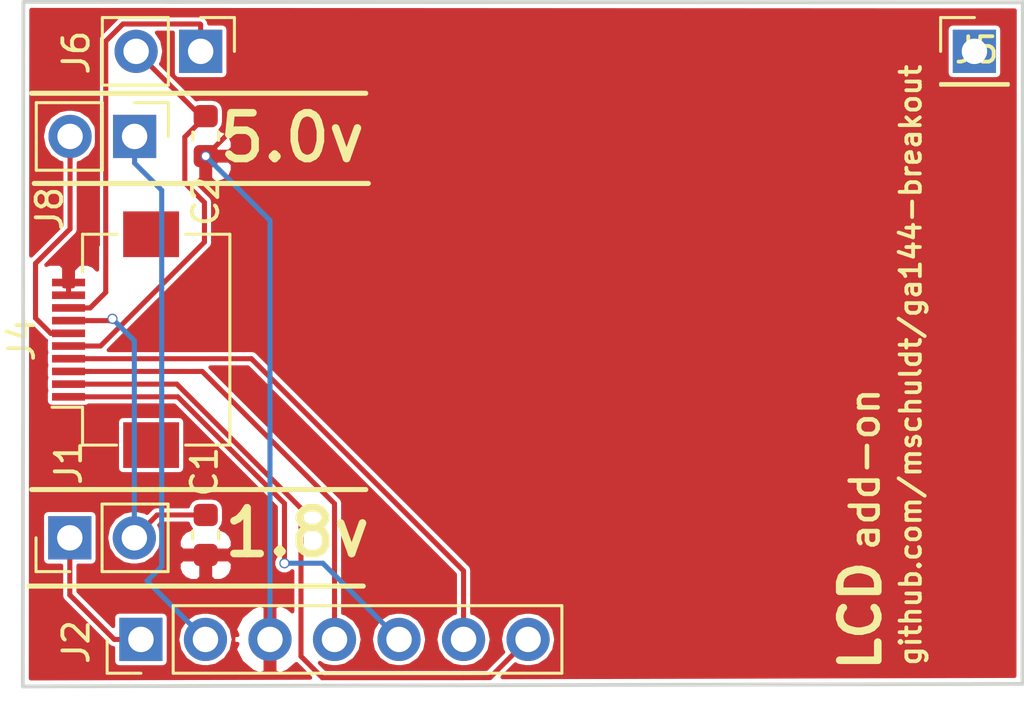
<source format=kicad_pcb>
(kicad_pcb (version 20171130) (host pcbnew 5.0.1-33cea8e~68~ubuntu14.04.1)

  (general
    (thickness 1.6)
    (drawings 13)
    (tracks 71)
    (zones 0)
    (modules 8)
    (nets 13)
  )

  (page A4)
  (layers
    (0 F.Cu signal)
    (31 B.Cu signal)
    (32 B.Adhes user)
    (33 F.Adhes user)
    (34 B.Paste user)
    (35 F.Paste user)
    (36 B.SilkS user)
    (37 F.SilkS user)
    (38 B.Mask user)
    (39 F.Mask user)
    (40 Dwgs.User user)
    (41 Cmts.User user)
    (42 Eco1.User user)
    (43 Eco2.User user)
    (44 Edge.Cuts user)
    (45 Margin user)
    (46 B.CrtYd user)
    (47 F.CrtYd user)
    (48 B.Fab user)
    (49 F.Fab user)
  )

  (setup
    (last_trace_width 0.2)
    (user_trace_width 0.127)
    (user_trace_width 0.16)
    (user_trace_width 0.2)
    (user_trace_width 0.5)
    (trace_clearance 0.127)
    (zone_clearance 0.16)
    (zone_45_only no)
    (trace_min 0.127)
    (segment_width 0.2)
    (edge_width 0.15)
    (via_size 0.4)
    (via_drill 0.3)
    (via_min_size 0.3)
    (via_min_drill 0.3)
    (uvia_size 0.3)
    (uvia_drill 0.1)
    (uvias_allowed no)
    (uvia_min_size 0.2)
    (uvia_min_drill 0.1)
    (pcb_text_width 0.3)
    (pcb_text_size 1.5 1.5)
    (mod_edge_width 0.15)
    (mod_text_size 1 1)
    (mod_text_width 0.15)
    (pad_size 1.524 1.524)
    (pad_drill 0.762)
    (pad_to_mask_clearance 0.051)
    (solder_mask_min_width 0.25)
    (aux_axis_origin 0 0)
    (visible_elements FFFFFF7F)
    (pcbplotparams
      (layerselection 0x010fc_ffffffff)
      (usegerberextensions true)
      (usegerberattributes false)
      (usegerberadvancedattributes false)
      (creategerberjobfile false)
      (excludeedgelayer true)
      (linewidth 0.100000)
      (plotframeref false)
      (viasonmask false)
      (mode 1)
      (useauxorigin false)
      (hpglpennumber 1)
      (hpglpenspeed 20)
      (hpglpendiameter 15.000000)
      (psnegative false)
      (psa4output false)
      (plotreference true)
      (plotvalue true)
      (plotinvisibletext false)
      (padsonsilk false)
      (subtractmaskfromsilk false)
      (outputformat 1)
      (mirror false)
      (drillshape 0)
      (scaleselection 1)
      (outputdirectory ""))
  )

  (net 0 "")
  (net 1 GND)
  (net 2 vccC)
  (net 3 d12)
  (net 4 d13)
  (net 5 008.17)
  (net 6 008.5)
  (net 7 008.3)
  (net 8 008.1)
  (net 9 _vccC)
  (net 10 vcc)
  (net 11 _vcc)
  (net 12 "Net-(J5-Pad1)")

  (net_class Default "This is the default net class."
    (clearance 0.127)
    (trace_width 0.127)
    (via_dia 0.4)
    (via_drill 0.3)
    (uvia_dia 0.3)
    (uvia_drill 0.1)
    (add_net 008.1)
    (add_net 008.17)
    (add_net 008.3)
    (add_net 008.5)
    (add_net GND)
    (add_net "Net-(J5-Pad1)")
    (add_net _vcc)
    (add_net _vccC)
    (add_net d12)
    (add_net d13)
    (add_net vcc)
    (add_net vccC)
  )

  (module Connector_PinHeader_2.54mm:PinHeader_1x07_P2.54mm_Vertical (layer F.Cu) (tedit 5BF530D6) (tstamp 5C19598E)
    (at 112.05 98.35 90)
    (descr "Through hole straight pin header, 1x07, 2.54mm pitch, single row")
    (tags "Through hole pin header THT 1x07 2.54mm single row")
    (path /5C2E58F7)
    (fp_text reference J2 (at -0.1 -2.55 90) (layer F.SilkS)
      (effects (font (size 1 1) (thickness 0.15)))
    )
    (fp_text value Conn_01x07_Male (at -0.05 9.45 180) (layer F.Fab)
      (effects (font (size 1 1) (thickness 0.15)))
    )
    (fp_line (start -0.635 -1.27) (end 1.27 -1.27) (layer F.Fab) (width 0.1))
    (fp_line (start 1.27 -1.27) (end 1.27 16.51) (layer F.Fab) (width 0.1))
    (fp_line (start 1.27 16.51) (end -1.27 16.51) (layer F.Fab) (width 0.1))
    (fp_line (start -1.27 16.51) (end -1.27 -0.635) (layer F.Fab) (width 0.1))
    (fp_line (start -1.27 -0.635) (end -0.635 -1.27) (layer F.Fab) (width 0.1))
    (fp_line (start -1.33 16.57) (end 1.33 16.57) (layer F.SilkS) (width 0.12))
    (fp_line (start -1.33 1.27) (end -1.33 16.57) (layer F.SilkS) (width 0.12))
    (fp_line (start 1.33 1.27) (end 1.33 16.57) (layer F.SilkS) (width 0.12))
    (fp_line (start -1.33 1.27) (end 1.33 1.27) (layer F.SilkS) (width 0.12))
    (fp_line (start -1.33 0) (end -1.33 -1.33) (layer F.SilkS) (width 0.12))
    (fp_line (start -1.33 -1.33) (end 0 -1.33) (layer F.SilkS) (width 0.12))
    (fp_line (start -1.8 -1.8) (end -1.8 17.05) (layer F.CrtYd) (width 0.05))
    (fp_line (start -1.8 17.05) (end 1.8 17.05) (layer F.CrtYd) (width 0.05))
    (fp_line (start 1.8 17.05) (end 1.8 -1.8) (layer F.CrtYd) (width 0.05))
    (fp_line (start 1.8 -1.8) (end -1.8 -1.8) (layer F.CrtYd) (width 0.05))
    (fp_text user %R (at 0 7.62 180) (layer F.Fab)
      (effects (font (size 1 1) (thickness 0.15)))
    )
    (pad 1 thru_hole rect (at 0 0 90) (size 1.7 1.7) (drill 1) (layers *.Cu *.Mask)
      (net 2 vccC))
    (pad 2 thru_hole oval (at 0 2.54 90) (size 1.7 1.7) (drill 1) (layers *.Cu *.Mask)
      (net 10 vcc))
    (pad 3 thru_hole oval (at 0 5.08 90) (size 1.7 1.7) (drill 1) (layers *.Cu *.Mask)
      (net 1 GND))
    (pad 4 thru_hole oval (at 0 7.62 90) (size 1.7 1.7) (drill 1) (layers *.Cu *.Mask)
      (net 5 008.17))
    (pad 5 thru_hole oval (at 0 10.16 90) (size 1.7 1.7) (drill 1) (layers *.Cu *.Mask)
      (net 6 008.5))
    (pad 6 thru_hole oval (at 0 12.7 90) (size 1.7 1.7) (drill 1) (layers *.Cu *.Mask)
      (net 7 008.3))
    (pad 7 thru_hole oval (at 0 15.24 90) (size 1.7 1.7) (drill 1) (layers *.Cu *.Mask)
      (net 8 008.1))
    (model ${KISYS3DMOD}/Connector_PinHeader_2.54mm.3dshapes/PinHeader_1x07_P2.54mm_Vertical.wrl
      (at (xyz 0 0 0))
      (scale (xyz 1 1 1))
      (rotate (xyz 0 0 0))
    )
  )

  (module Capacitor_SMD:C_0603_1608Metric (layer F.Cu) (tedit 5B301BBE) (tstamp 5C3C99C0)
    (at 114.6 94.2375 270)
    (descr "Capacitor SMD 0603 (1608 Metric), square (rectangular) end terminal, IPC_7351 nominal, (Body size source: http://www.tortai-tech.com/upload/download/2011102023233369053.pdf), generated with kicad-footprint-generator")
    (tags capacitor)
    (path /5C372800)
    (attr smd)
    (fp_text reference C1 (at -2.4875 0.05 270) (layer F.SilkS)
      (effects (font (size 1 1) (thickness 0.15)))
    )
    (fp_text value 0.1uF (at 0 1.43 270) (layer F.Fab)
      (effects (font (size 1 1) (thickness 0.15)))
    )
    (fp_line (start -0.8 0.4) (end -0.8 -0.4) (layer F.Fab) (width 0.1))
    (fp_line (start -0.8 -0.4) (end 0.8 -0.4) (layer F.Fab) (width 0.1))
    (fp_line (start 0.8 -0.4) (end 0.8 0.4) (layer F.Fab) (width 0.1))
    (fp_line (start 0.8 0.4) (end -0.8 0.4) (layer F.Fab) (width 0.1))
    (fp_line (start -0.162779 -0.51) (end 0.162779 -0.51) (layer F.SilkS) (width 0.12))
    (fp_line (start -0.162779 0.51) (end 0.162779 0.51) (layer F.SilkS) (width 0.12))
    (fp_line (start -1.48 0.73) (end -1.48 -0.73) (layer F.CrtYd) (width 0.05))
    (fp_line (start -1.48 -0.73) (end 1.48 -0.73) (layer F.CrtYd) (width 0.05))
    (fp_line (start 1.48 -0.73) (end 1.48 0.73) (layer F.CrtYd) (width 0.05))
    (fp_line (start 1.48 0.73) (end -1.48 0.73) (layer F.CrtYd) (width 0.05))
    (fp_text user %R (at 0 0 270) (layer F.Fab)
      (effects (font (size 0.4 0.4) (thickness 0.06)))
    )
    (pad 1 smd roundrect (at -0.7875 0 270) (size 0.875 0.95) (layers F.Cu F.Paste F.Mask) (roundrect_rratio 0.25)
      (net 9 _vccC))
    (pad 2 smd roundrect (at 0.7875 0 270) (size 0.875 0.95) (layers F.Cu F.Paste F.Mask) (roundrect_rratio 0.25)
      (net 1 GND))
    (model ${KISYS3DMOD}/Capacitor_SMD.3dshapes/C_0603_1608Metric.wrl
      (at (xyz 0 0 0))
      (scale (xyz 1 1 1))
      (rotate (xyz 0 0 0))
    )
  )

  (module Capacitor_SMD:C_0603_1608Metric (layer F.Cu) (tedit 5B301BBE) (tstamp 5C3C99D1)
    (at 114.6 78.5375 270)
    (descr "Capacitor SMD 0603 (1608 Metric), square (rectangular) end terminal, IPC_7351 nominal, (Body size source: http://www.tortai-tech.com/upload/download/2011102023233369053.pdf), generated with kicad-footprint-generator")
    (tags capacitor)
    (path /5C394214)
    (attr smd)
    (fp_text reference C2 (at 2.5625 0 270) (layer F.SilkS)
      (effects (font (size 1 1) (thickness 0.15)))
    )
    (fp_text value 0.1uF (at 0 1.43 270) (layer F.Fab)
      (effects (font (size 1 1) (thickness 0.15)))
    )
    (fp_text user %R (at 0 0 270) (layer F.Fab)
      (effects (font (size 0.4 0.4) (thickness 0.06)))
    )
    (fp_line (start 1.48 0.73) (end -1.48 0.73) (layer F.CrtYd) (width 0.05))
    (fp_line (start 1.48 -0.73) (end 1.48 0.73) (layer F.CrtYd) (width 0.05))
    (fp_line (start -1.48 -0.73) (end 1.48 -0.73) (layer F.CrtYd) (width 0.05))
    (fp_line (start -1.48 0.73) (end -1.48 -0.73) (layer F.CrtYd) (width 0.05))
    (fp_line (start -0.162779 0.51) (end 0.162779 0.51) (layer F.SilkS) (width 0.12))
    (fp_line (start -0.162779 -0.51) (end 0.162779 -0.51) (layer F.SilkS) (width 0.12))
    (fp_line (start 0.8 0.4) (end -0.8 0.4) (layer F.Fab) (width 0.1))
    (fp_line (start 0.8 -0.4) (end 0.8 0.4) (layer F.Fab) (width 0.1))
    (fp_line (start -0.8 -0.4) (end 0.8 -0.4) (layer F.Fab) (width 0.1))
    (fp_line (start -0.8 0.4) (end -0.8 -0.4) (layer F.Fab) (width 0.1))
    (pad 2 smd roundrect (at 0.7875 0 270) (size 0.875 0.95) (layers F.Cu F.Paste F.Mask) (roundrect_rratio 0.25)
      (net 1 GND))
    (pad 1 smd roundrect (at -0.7875 0 270) (size 0.875 0.95) (layers F.Cu F.Paste F.Mask) (roundrect_rratio 0.25)
      (net 4 d13))
    (model ${KISYS3DMOD}/Capacitor_SMD.3dshapes/C_0603_1608Metric.wrl
      (at (xyz 0 0 0))
      (scale (xyz 1 1 1))
      (rotate (xyz 0 0 0))
    )
  )

  (module Connector_FFC-FPC:Hirose_FH12-10S-0.5SH_1x10-1MP_P0.50mm_Horizontal (layer F.Cu) (tedit 5AEE0F8A) (tstamp 5C3C9A2E)
    (at 111.05 86.55 90)
    (descr "Molex FH12, FFC/FPC connector, FH12-10S-0.5SH, 10 Pins per row (https://www.hirose.com/product/en/products/FH12/FH12-24S-0.5SH(55)/), generated with kicad-footprint-generator")
    (tags "connector Hirose  top entry")
    (path /5C35F4D6)
    (attr smd)
    (fp_text reference J4 (at 0 -3.7 90) (layer F.SilkS)
      (effects (font (size 1 1) (thickness 0.15)))
    )
    (fp_text value Conn_01x10 (at 0 5.6 90) (layer F.Fab)
      (effects (font (size 1 1) (thickness 0.15)))
    )
    (fp_line (start 0 -1.2) (end -4.05 -1.2) (layer F.Fab) (width 0.1))
    (fp_line (start -4.05 -1.2) (end -4.05 3.4) (layer F.Fab) (width 0.1))
    (fp_line (start -4.05 3.4) (end -3.45 3.4) (layer F.Fab) (width 0.1))
    (fp_line (start -3.45 3.4) (end -3.45 3.7) (layer F.Fab) (width 0.1))
    (fp_line (start -3.45 3.7) (end -3.95 3.7) (layer F.Fab) (width 0.1))
    (fp_line (start -3.95 3.7) (end -3.95 4.4) (layer F.Fab) (width 0.1))
    (fp_line (start -3.95 4.4) (end 0 4.4) (layer F.Fab) (width 0.1))
    (fp_line (start 0 -1.2) (end 4.05 -1.2) (layer F.Fab) (width 0.1))
    (fp_line (start 4.05 -1.2) (end 4.05 3.4) (layer F.Fab) (width 0.1))
    (fp_line (start 4.05 3.4) (end 3.45 3.4) (layer F.Fab) (width 0.1))
    (fp_line (start 3.45 3.4) (end 3.45 3.7) (layer F.Fab) (width 0.1))
    (fp_line (start 3.45 3.7) (end 3.95 3.7) (layer F.Fab) (width 0.1))
    (fp_line (start 3.95 3.7) (end 3.95 4.4) (layer F.Fab) (width 0.1))
    (fp_line (start 3.95 4.4) (end 0 4.4) (layer F.Fab) (width 0.1))
    (fp_line (start -2.66 -1.3) (end -4.15 -1.3) (layer F.SilkS) (width 0.12))
    (fp_line (start -4.15 -1.3) (end -4.15 0.04) (layer F.SilkS) (width 0.12))
    (fp_line (start 2.66 -1.3) (end 4.15 -1.3) (layer F.SilkS) (width 0.12))
    (fp_line (start 4.15 -1.3) (end 4.15 0.04) (layer F.SilkS) (width 0.12))
    (fp_line (start -4.15 2.76) (end -4.15 4.5) (layer F.SilkS) (width 0.12))
    (fp_line (start -4.15 4.5) (end 4.15 4.5) (layer F.SilkS) (width 0.12))
    (fp_line (start 4.15 4.5) (end 4.15 2.76) (layer F.SilkS) (width 0.12))
    (fp_line (start -2.66 -1.3) (end -2.66 -2.5) (layer F.SilkS) (width 0.12))
    (fp_line (start -2.75 -1.2) (end -2.25 -0.492893) (layer F.Fab) (width 0.1))
    (fp_line (start -2.25 -0.492893) (end -1.75 -1.2) (layer F.Fab) (width 0.1))
    (fp_line (start -5.55 -3) (end -5.55 4.9) (layer F.CrtYd) (width 0.05))
    (fp_line (start -5.55 4.9) (end 5.55 4.9) (layer F.CrtYd) (width 0.05))
    (fp_line (start 5.55 4.9) (end 5.55 -3) (layer F.CrtYd) (width 0.05))
    (fp_line (start 5.55 -3) (end -5.55 -3) (layer F.CrtYd) (width 0.05))
    (fp_text user %R (at 0 3.7 90) (layer F.Fab)
      (effects (font (size 1 1) (thickness 0.15)))
    )
    (pad MP smd rect (at 4.15 1.4 90) (size 1.8 2.2) (layers F.Cu F.Paste F.Mask))
    (pad MP smd rect (at -4.15 1.4 90) (size 1.8 2.2) (layers F.Cu F.Paste F.Mask))
    (pad 1 smd rect (at -2.25 -1.85 90) (size 0.3 1.3) (layers F.Cu F.Paste F.Mask)
      (net 6 008.5))
    (pad 2 smd rect (at -1.75 -1.85 90) (size 0.3 1.3) (layers F.Cu F.Paste F.Mask)
      (net 8 008.1))
    (pad 3 smd rect (at -1.25 -1.85 90) (size 0.3 1.3) (layers F.Cu F.Paste F.Mask)
      (net 5 008.17))
    (pad 4 smd rect (at -0.75 -1.85 90) (size 0.3 1.3) (layers F.Cu F.Paste F.Mask)
      (net 7 008.3))
    (pad 5 smd rect (at -0.25 -1.85 90) (size 0.3 1.3) (layers F.Cu F.Paste F.Mask)
      (net 4 d13))
    (pad 6 smd rect (at 0.25 -1.85 90) (size 0.3 1.3) (layers F.Cu F.Paste F.Mask)
      (net 11 _vcc))
    (pad 7 smd rect (at 0.75 -1.85 90) (size 0.3 1.3) (layers F.Cu F.Paste F.Mask)
      (net 9 _vccC))
    (pad 8 smd rect (at 1.25 -1.85 90) (size 0.3 1.3) (layers F.Cu F.Paste F.Mask)
      (net 3 d12))
    (pad 9 smd rect (at 1.75 -1.85 90) (size 0.3 1.3) (layers F.Cu F.Paste F.Mask)
      (net 1 GND))
    (pad 10 smd rect (at 2.25 -1.85 90) (size 0.3 1.3) (layers F.Cu F.Paste F.Mask)
      (net 1 GND))
    (model ${KISYS3DMOD}/Connector_FFC-FPC.3dshapes/Hirose_FH12-10S-0.5SH_1x10-1MP_P0.50mm_Horizontal.wrl
      (at (xyz 0 0 0))
      (scale (xyz 1 1 1))
      (rotate (xyz 0 0 0))
    )
  )

  (module Connector_PinHeader_2.54mm:PinHeader_1x01_P2.54mm_Vertical (layer F.Cu) (tedit 59FED5CC) (tstamp 5C3C9A43)
    (at 144.86 75.2)
    (descr "Through hole straight pin header, 1x01, 2.54mm pitch, single row")
    (tags "Through hole pin header THT 1x01 2.54mm single row")
    (path /5C41133C)
    (fp_text reference J5 (at 0.09 -0.05) (layer F.SilkS)
      (effects (font (size 1 1) (thickness 0.15)))
    )
    (fp_text value Conn_01x01_Male (at -5.31 2.7) (layer F.Fab)
      (effects (font (size 1 1) (thickness 0.15)))
    )
    (fp_line (start -0.635 -1.27) (end 1.27 -1.27) (layer F.Fab) (width 0.1))
    (fp_line (start 1.27 -1.27) (end 1.27 1.27) (layer F.Fab) (width 0.1))
    (fp_line (start 1.27 1.27) (end -1.27 1.27) (layer F.Fab) (width 0.1))
    (fp_line (start -1.27 1.27) (end -1.27 -0.635) (layer F.Fab) (width 0.1))
    (fp_line (start -1.27 -0.635) (end -0.635 -1.27) (layer F.Fab) (width 0.1))
    (fp_line (start -1.33 1.33) (end 1.33 1.33) (layer F.SilkS) (width 0.12))
    (fp_line (start -1.33 1.27) (end -1.33 1.33) (layer F.SilkS) (width 0.12))
    (fp_line (start 1.33 1.27) (end 1.33 1.33) (layer F.SilkS) (width 0.12))
    (fp_line (start -1.33 1.27) (end 1.33 1.27) (layer F.SilkS) (width 0.12))
    (fp_line (start -1.33 0) (end -1.33 -1.33) (layer F.SilkS) (width 0.12))
    (fp_line (start -1.33 -1.33) (end 0 -1.33) (layer F.SilkS) (width 0.12))
    (fp_line (start -1.8 -1.8) (end -1.8 1.8) (layer F.CrtYd) (width 0.05))
    (fp_line (start -1.8 1.8) (end 1.8 1.8) (layer F.CrtYd) (width 0.05))
    (fp_line (start 1.8 1.8) (end 1.8 -1.8) (layer F.CrtYd) (width 0.05))
    (fp_line (start 1.8 -1.8) (end -1.8 -1.8) (layer F.CrtYd) (width 0.05))
    (fp_text user %R (at 0 0 90) (layer F.Fab)
      (effects (font (size 1 1) (thickness 0.15)))
    )
    (pad 1 thru_hole rect (at 0 0) (size 1.7 1.7) (drill 1) (layers *.Cu *.Mask)
      (net 12 "Net-(J5-Pad1)"))
    (model ${KISYS3DMOD}/Connector_PinHeader_2.54mm.3dshapes/PinHeader_1x01_P2.54mm_Vertical.wrl
      (at (xyz 0 0 0))
      (scale (xyz 1 1 1))
      (rotate (xyz 0 0 0))
    )
  )

  (module Connector_PinHeader_2.54mm:PinHeader_1x02_P2.54mm_Vertical (layer F.Cu) (tedit 59FED5CC) (tstamp 5C3C9C82)
    (at 114.4 75.2 270)
    (descr "Through hole straight pin header, 1x02, 2.54mm pitch, single row")
    (tags "Through hole pin header THT 1x02 2.54mm single row")
    (path /5C41F8EF)
    (fp_text reference J6 (at 0.05 4.9 270) (layer F.SilkS)
      (effects (font (size 1 1) (thickness 0.15)))
    )
    (fp_text value Conn_01x02_Male (at -0.6 -0.15) (layer F.Fab)
      (effects (font (size 1 1) (thickness 0.15)))
    )
    (fp_line (start -0.635 -1.27) (end 1.27 -1.27) (layer F.Fab) (width 0.1))
    (fp_line (start 1.27 -1.27) (end 1.27 3.81) (layer F.Fab) (width 0.1))
    (fp_line (start 1.27 3.81) (end -1.27 3.81) (layer F.Fab) (width 0.1))
    (fp_line (start -1.27 3.81) (end -1.27 -0.635) (layer F.Fab) (width 0.1))
    (fp_line (start -1.27 -0.635) (end -0.635 -1.27) (layer F.Fab) (width 0.1))
    (fp_line (start -1.33 3.87) (end 1.33 3.87) (layer F.SilkS) (width 0.12))
    (fp_line (start -1.33 1.27) (end -1.33 3.87) (layer F.SilkS) (width 0.12))
    (fp_line (start 1.33 1.27) (end 1.33 3.87) (layer F.SilkS) (width 0.12))
    (fp_line (start -1.33 1.27) (end 1.33 1.27) (layer F.SilkS) (width 0.12))
    (fp_line (start -1.33 0) (end -1.33 -1.33) (layer F.SilkS) (width 0.12))
    (fp_line (start -1.33 -1.33) (end 0 -1.33) (layer F.SilkS) (width 0.12))
    (fp_line (start -1.8 -1.8) (end -1.8 4.35) (layer F.CrtYd) (width 0.05))
    (fp_line (start -1.8 4.35) (end 1.8 4.35) (layer F.CrtYd) (width 0.05))
    (fp_line (start 1.8 4.35) (end 1.8 -1.8) (layer F.CrtYd) (width 0.05))
    (fp_line (start 1.8 -1.8) (end -1.8 -1.8) (layer F.CrtYd) (width 0.05))
    (fp_text user %R (at 0 1.27) (layer F.Fab)
      (effects (font (size 1 1) (thickness 0.15)))
    )
    (pad 1 thru_hole rect (at 0 0 270) (size 1.7 1.7) (drill 1) (layers *.Cu *.Mask)
      (net 3 d12))
    (pad 2 thru_hole oval (at 0 2.54 270) (size 1.7 1.7) (drill 1) (layers *.Cu *.Mask)
      (net 4 d13))
    (model ${KISYS3DMOD}/Connector_PinHeader_2.54mm.3dshapes/PinHeader_1x02_P2.54mm_Vertical.wrl
      (at (xyz 0 0 0))
      (scale (xyz 1 1 1))
      (rotate (xyz 0 0 0))
    )
  )

  (module Connector_PinHeader_2.54mm:PinHeader_1x02_P2.54mm_Vertical (layer F.Cu) (tedit 59FED5CC) (tstamp 5C3C9EEC)
    (at 109.25 94.35 90)
    (descr "Through hole straight pin header, 1x02, 2.54mm pitch, single row")
    (tags "Through hole pin header THT 1x02 2.54mm single row")
    (path /5C4283AB)
    (fp_text reference J1 (at 2.95 -0.05 90) (layer F.SilkS)
      (effects (font (size 1 1) (thickness 0.15)))
    )
    (fp_text value Conn_01x02_Male (at 0 4.87 90) (layer F.Fab)
      (effects (font (size 1 1) (thickness 0.15)))
    )
    (fp_line (start -0.635 -1.27) (end 1.27 -1.27) (layer F.Fab) (width 0.1))
    (fp_line (start 1.27 -1.27) (end 1.27 3.81) (layer F.Fab) (width 0.1))
    (fp_line (start 1.27 3.81) (end -1.27 3.81) (layer F.Fab) (width 0.1))
    (fp_line (start -1.27 3.81) (end -1.27 -0.635) (layer F.Fab) (width 0.1))
    (fp_line (start -1.27 -0.635) (end -0.635 -1.27) (layer F.Fab) (width 0.1))
    (fp_line (start -1.33 3.87) (end 1.33 3.87) (layer F.SilkS) (width 0.12))
    (fp_line (start -1.33 1.27) (end -1.33 3.87) (layer F.SilkS) (width 0.12))
    (fp_line (start 1.33 1.27) (end 1.33 3.87) (layer F.SilkS) (width 0.12))
    (fp_line (start -1.33 1.27) (end 1.33 1.27) (layer F.SilkS) (width 0.12))
    (fp_line (start -1.33 0) (end -1.33 -1.33) (layer F.SilkS) (width 0.12))
    (fp_line (start -1.33 -1.33) (end 0 -1.33) (layer F.SilkS) (width 0.12))
    (fp_line (start -1.8 -1.8) (end -1.8 4.35) (layer F.CrtYd) (width 0.05))
    (fp_line (start -1.8 4.35) (end 1.8 4.35) (layer F.CrtYd) (width 0.05))
    (fp_line (start 1.8 4.35) (end 1.8 -1.8) (layer F.CrtYd) (width 0.05))
    (fp_line (start 1.8 -1.8) (end -1.8 -1.8) (layer F.CrtYd) (width 0.05))
    (fp_text user %R (at 0 1.27 180) (layer F.Fab)
      (effects (font (size 1 1) (thickness 0.15)))
    )
    (pad 1 thru_hole rect (at 0 0 90) (size 1.7 1.7) (drill 1) (layers *.Cu *.Mask)
      (net 2 vccC))
    (pad 2 thru_hole oval (at 0 2.54 90) (size 1.7 1.7) (drill 1) (layers *.Cu *.Mask)
      (net 9 _vccC))
    (model ${KISYS3DMOD}/Connector_PinHeader_2.54mm.3dshapes/PinHeader_1x02_P2.54mm_Vertical.wrl
      (at (xyz 0 0 0))
      (scale (xyz 1 1 1))
      (rotate (xyz 0 0 0))
    )
  )

  (module Connector_PinHeader_2.54mm:PinHeader_1x02_P2.54mm_Vertical (layer F.Cu) (tedit 59FED5CC) (tstamp 5C3C9F02)
    (at 111.8 78.55 270)
    (descr "Through hole straight pin header, 1x02, 2.54mm pitch, single row")
    (tags "Through hole pin header THT 1x02 2.54mm single row")
    (path /5C428401)
    (fp_text reference J8 (at 2.85 3.35 270) (layer F.SilkS)
      (effects (font (size 1 1) (thickness 0.15)))
    )
    (fp_text value Conn_01x02_Male (at 1.7 3.8 270) (layer F.Fab)
      (effects (font (size 1 1) (thickness 0.15)))
    )
    (fp_text user %R (at 0 1.27) (layer F.Fab)
      (effects (font (size 1 1) (thickness 0.15)))
    )
    (fp_line (start 1.8 -1.8) (end -1.8 -1.8) (layer F.CrtYd) (width 0.05))
    (fp_line (start 1.8 4.35) (end 1.8 -1.8) (layer F.CrtYd) (width 0.05))
    (fp_line (start -1.8 4.35) (end 1.8 4.35) (layer F.CrtYd) (width 0.05))
    (fp_line (start -1.8 -1.8) (end -1.8 4.35) (layer F.CrtYd) (width 0.05))
    (fp_line (start -1.33 -1.33) (end 0 -1.33) (layer F.SilkS) (width 0.12))
    (fp_line (start -1.33 0) (end -1.33 -1.33) (layer F.SilkS) (width 0.12))
    (fp_line (start -1.33 1.27) (end 1.33 1.27) (layer F.SilkS) (width 0.12))
    (fp_line (start 1.33 1.27) (end 1.33 3.87) (layer F.SilkS) (width 0.12))
    (fp_line (start -1.33 1.27) (end -1.33 3.87) (layer F.SilkS) (width 0.12))
    (fp_line (start -1.33 3.87) (end 1.33 3.87) (layer F.SilkS) (width 0.12))
    (fp_line (start -1.27 -0.635) (end -0.635 -1.27) (layer F.Fab) (width 0.1))
    (fp_line (start -1.27 3.81) (end -1.27 -0.635) (layer F.Fab) (width 0.1))
    (fp_line (start 1.27 3.81) (end -1.27 3.81) (layer F.Fab) (width 0.1))
    (fp_line (start 1.27 -1.27) (end 1.27 3.81) (layer F.Fab) (width 0.1))
    (fp_line (start -0.635 -1.27) (end 1.27 -1.27) (layer F.Fab) (width 0.1))
    (pad 2 thru_hole oval (at 0 2.54 270) (size 1.7 1.7) (drill 1) (layers *.Cu *.Mask)
      (net 11 _vcc))
    (pad 1 thru_hole rect (at 0 0 270) (size 1.7 1.7) (drill 1) (layers *.Cu *.Mask)
      (net 10 vcc))
    (model ${KISYS3DMOD}/Connector_PinHeader_2.54mm.3dshapes/PinHeader_1x02_P2.54mm_Vertical.wrl
      (at (xyz 0 0 0))
      (scale (xyz 1 1 1))
      (rotate (xyz 0 0 0))
    )
  )

  (gr_line (start 107.75 76.85) (end 120.9 76.85) (layer F.SilkS) (width 0.2) (tstamp 5C3CAC87))
  (gr_line (start 107.65 96.25) (end 120.8 96.25) (layer F.SilkS) (width 0.2) (tstamp 5C3CAC87))
  (gr_line (start 107.75 92.45) (end 120.9 92.45) (layer F.SilkS) (width 0.2) (tstamp 5C3CAC87))
  (gr_line (start 107.85 80.4) (end 121 80.4) (layer F.SilkS) (width 0.2))
  (gr_text 5.0v (at 118 78.6) (layer F.SilkS) (tstamp 5C3CAC47)
    (effects (font (size 1.8 1.8) (thickness 0.3)))
  )
  (gr_text 1.8v (at 118.2 94.15) (layer F.SilkS)
    (effects (font (size 1.8 1.8) (thickness 0.3)))
  )
  (gr_text add-on (at 140.55 91.65 90) (layer F.SilkS)
    (effects (font (size 1.1 1.1) (thickness 0.18)))
  )
  (gr_text github.com/mschuldt/ga144-breakout (at 142.35 87.55 90) (layer F.SilkS)
    (effects (font (size 0.8 0.8) (thickness 0.15)))
  )
  (gr_text LCD (at 140.3781 97.41884 90) (layer F.SilkS) (tstamp 5C3CA8B6)
    (effects (font (size 1.5 1.5) (thickness 0.3)))
  )
  (gr_line (start 146.73072 73.27392) (end 107.43184 73.2536) (layer Edge.Cuts) (width 0.15))
  (gr_line (start 146.75 100.1) (end 146.7612 73.25868) (layer Edge.Cuts) (width 0.15))
  (gr_line (start 107.4 100.2) (end 146.75 100.1) (layer Edge.Cuts) (width 0.15))
  (gr_line (start 107.42168 73.27138) (end 107.4 100.2) (layer Edge.Cuts) (width 0.15))

  (segment (start 117.13 97.555) (end 117.13 98.35) (width 0.2) (layer F.Cu) (net 1))
  (segment (start 109.2 84.3) (end 109.2 84.8) (width 0.2) (layer F.Cu) (net 1))
  (segment (start 109.2 83.95) (end 110.337001 82.812999) (width 0.2) (layer F.Cu) (net 1))
  (segment (start 110.337001 82.812999) (end 110.337001 74.612999) (width 0.2) (layer F.Cu) (net 1))
  (segment (start 109.2 84.3) (end 109.2 83.95) (width 0.2) (layer F.Cu) (net 1))
  (segment (start 110.337001 74.612999) (end 111.25 73.7) (width 0.2) (layer F.Cu) (net 1))
  (segment (start 115.008602 73.7) (end 116.1 74.791398) (width 0.2) (layer F.Cu) (net 1))
  (segment (start 111.25 73.7) (end 115.008602 73.7) (width 0.2) (layer F.Cu) (net 1))
  (segment (start 116.1 77.825) (end 114.6 79.325) (width 0.2) (layer F.Cu) (net 1))
  (segment (start 116.1 74.791398) (end 116.1 77.825) (width 0.2) (layer F.Cu) (net 1))
  (segment (start 117.13 98.35) (end 117.13 88.58) (width 0.2) (layer B.Cu) (net 1))
  (via (at 114.6 79.325) (size 0.4) (drill 0.3) (layers F.Cu B.Cu) (net 1))
  (segment (start 117.13 81.855) (end 114.6 79.325) (width 0.2) (layer B.Cu) (net 1))
  (segment (start 117.13 88.58) (end 117.13 81.855) (width 0.2) (layer B.Cu) (net 1))
  (segment (start 111 98.35) (end 112.05 98.35) (width 0.2) (layer F.Cu) (net 2))
  (segment (start 109.25 96.6) (end 111 98.35) (width 0.2) (layer F.Cu) (net 2))
  (segment (start 109.25 94.35) (end 109.25 96.6) (width 0.2) (layer F.Cu) (net 2))
  (segment (start 110.664012 84.685988) (end 110.05 85.3) (width 0.2) (layer F.Cu) (net 3))
  (segment (start 114.4 74.15) (end 114.372999 74.122999) (width 0.2) (layer F.Cu) (net 3))
  (segment (start 114.372999 74.122999) (end 111.343039 74.122999) (width 0.2) (layer F.Cu) (net 3))
  (segment (start 111.343039 74.122999) (end 110.664012 74.802026) (width 0.2) (layer F.Cu) (net 3))
  (segment (start 114.4 75.2) (end 114.4 74.15) (width 0.2) (layer F.Cu) (net 3))
  (segment (start 110.664012 74.802026) (end 110.664012 84.685988) (width 0.2) (layer F.Cu) (net 3))
  (segment (start 110.05 85.3) (end 109.2 85.3) (width 0.2) (layer F.Cu) (net 3))
  (segment (start 114.41 77.75) (end 114.6 77.75) (width 0.2) (layer F.Cu) (net 4))
  (segment (start 111.86 75.2) (end 114.41 77.75) (width 0.2) (layer F.Cu) (net 4))
  (segment (start 110.458602 86.8) (end 109.2 86.8) (width 0.2) (layer F.Cu) (net 4))
  (segment (start 113.777001 78.572999) (end 113.777001 80.377001) (width 0.2) (layer F.Cu) (net 4))
  (segment (start 114.6 77.75) (end 113.777001 78.572999) (width 0.2) (layer F.Cu) (net 4))
  (segment (start 114.55 81.15) (end 114.55 82.708602) (width 0.2) (layer F.Cu) (net 4))
  (segment (start 114.55 82.708602) (end 110.458602 86.8) (width 0.2) (layer F.Cu) (net 4))
  (segment (start 113.777001 80.377001) (end 114.55 81.15) (width 0.2) (layer F.Cu) (net 4))
  (segment (start 119.67 93.007537) (end 114.462463 87.8) (width 0.2) (layer F.Cu) (net 5))
  (segment (start 114.462463 87.8) (end 110.05 87.8) (width 0.2) (layer F.Cu) (net 5))
  (segment (start 119.67 98.35) (end 119.67 93.007537) (width 0.2) (layer F.Cu) (net 5))
  (segment (start 110.05 87.8) (end 109.2 87.8) (width 0.2) (layer F.Cu) (net 5))
  (segment (start 109.2 88.8) (end 113.5 88.8) (width 0.2) (layer F.Cu) (net 6))
  (segment (start 117.7 93) (end 117.7 95.35) (width 0.2) (layer F.Cu) (net 6))
  (via (at 117.7 95.35) (size 0.4) (drill 0.3) (layers F.Cu B.Cu) (net 6))
  (segment (start 113.5 88.8) (end 117.7 93) (width 0.2) (layer F.Cu) (net 6))
  (segment (start 119.21 95.35) (end 122.21 98.35) (width 0.2) (layer B.Cu) (net 6))
  (segment (start 117.7 95.35) (end 119.21 95.35) (width 0.2) (layer B.Cu) (net 6))
  (segment (start 124.75 98.35) (end 124.75 95.65) (width 0.2) (layer F.Cu) (net 7))
  (segment (start 116.4 87.3) (end 109.2 87.3) (width 0.2) (layer F.Cu) (net 7))
  (segment (start 124.75 95.65) (end 116.4 87.3) (width 0.2) (layer F.Cu) (net 7))
  (segment (start 126.440001 99.199999) (end 127.29 98.35) (width 0.2) (layer F.Cu) (net 8))
  (segment (start 125.788742 99.851258) (end 126.440001 99.199999) (width 0.2) (layer F.Cu) (net 8))
  (segment (start 118.35 99.014002) (end 119.190001 99.854003) (width 0.2) (layer F.Cu) (net 8))
  (segment (start 118.35 93.187538) (end 118.35 99.014002) (width 0.2) (layer F.Cu) (net 8))
  (segment (start 124.708468 99.854003) (end 125.788742 99.851258) (width 0.2) (layer F.Cu) (net 8))
  (segment (start 113.462462 88.3) (end 118.35 93.187538) (width 0.2) (layer F.Cu) (net 8))
  (segment (start 119.190001 99.854003) (end 124.708468 99.854003) (width 0.2) (layer F.Cu) (net 8))
  (segment (start 109.2 88.3) (end 113.462462 88.3) (width 0.2) (layer F.Cu) (net 8))
  (segment (start 112.69 93.45) (end 114.6 93.45) (width 0.2) (layer F.Cu) (net 9))
  (segment (start 111.79 94.35) (end 112.69 93.45) (width 0.2) (layer F.Cu) (net 9))
  (via (at 110.927359 85.727359) (size 0.4) (drill 0.3) (layers F.Cu B.Cu) (net 9))
  (segment (start 111.127358 85.927358) (end 110.927359 85.727359) (width 0.2) (layer B.Cu) (net 9))
  (segment (start 109.2 85.8) (end 110.854718 85.8) (width 0.2) (layer F.Cu) (net 9))
  (segment (start 111.79 94.35) (end 111.79 86.59) (width 0.2) (layer B.Cu) (net 9))
  (segment (start 110.854718 85.8) (end 110.927359 85.727359) (width 0.2) (layer F.Cu) (net 9))
  (segment (start 111.79 86.59) (end 111.127358 85.927358) (width 0.2) (layer B.Cu) (net 9))
  (segment (start 114.59 98.35) (end 112.29 96.05) (width 0.2) (layer B.Cu) (net 10))
  (segment (start 111.8 79.6) (end 111.8 78.55) (width 0.2) (layer B.Cu) (net 10))
  (segment (start 112.867001 80.667001) (end 111.8 79.6) (width 0.2) (layer B.Cu) (net 10))
  (segment (start 112.867001 95.472999) (end 112.867001 80.667001) (width 0.2) (layer B.Cu) (net 10))
  (segment (start 112.29 96.05) (end 112.867001 95.472999) (width 0.2) (layer B.Cu) (net 10))
  (segment (start 108.5 86.3) (end 109.2 86.3) (width 0.2) (layer F.Cu) (net 11))
  (segment (start 107.9 85.7) (end 108.5 86.3) (width 0.2) (layer F.Cu) (net 11))
  (segment (start 107.9 83.55) (end 107.9 85.7) (width 0.2) (layer F.Cu) (net 11))
  (segment (start 109.26 82.19) (end 107.9 83.55) (width 0.2) (layer F.Cu) (net 11))
  (segment (start 109.26 78.55) (end 109.26 82.19) (width 0.2) (layer F.Cu) (net 11))

  (zone (net 1) (net_name GND) (layer F.Cu) (tstamp 5C3CAD9E) (hatch edge 0.508)
    (connect_pads (clearance 0.16))
    (min_thickness 0.16)
    (fill yes (arc_segments 16) (thermal_gap 0.508) (thermal_bridge_width 0.508))
    (polygon
      (pts
        (xy 107.45 73.25) (xy 146.8 73.3) (xy 146.75 100.1) (xy 107.4 100.3)
      )
    )
    (filled_polygon
      (pts
        (xy 108.235907 86.51674) (xy 108.254874 86.545126) (xy 108.317797 86.587169) (xy 108.305299 86.65) (xy 108.305299 86.95)
        (xy 108.323926 87.043643) (xy 108.328174 87.05) (xy 108.323926 87.056357) (xy 108.305299 87.15) (xy 108.305299 87.45)
        (xy 108.323926 87.543643) (xy 108.328174 87.55) (xy 108.323926 87.556357) (xy 108.305299 87.65) (xy 108.305299 87.95)
        (xy 108.323926 88.043643) (xy 108.328174 88.05) (xy 108.323926 88.056357) (xy 108.305299 88.15) (xy 108.305299 88.45)
        (xy 108.323926 88.543643) (xy 108.328174 88.55) (xy 108.323926 88.556357) (xy 108.305299 88.65) (xy 108.305299 88.95)
        (xy 108.323926 89.043643) (xy 108.37697 89.12303) (xy 108.456357 89.176074) (xy 108.55 89.194701) (xy 109.85 89.194701)
        (xy 109.943643 89.176074) (xy 109.997632 89.14) (xy 113.359169 89.14) (xy 117.36 93.140832) (xy 117.360001 95.067745)
        (xy 117.326986 95.10076) (xy 117.26 95.262479) (xy 117.26 95.437521) (xy 117.326986 95.59924) (xy 117.45076 95.723014)
        (xy 117.612479 95.79) (xy 117.787521 95.79) (xy 117.94924 95.723014) (xy 118.01 95.662254) (xy 118.010001 97.247021)
        (xy 117.828264 97.092896) (xy 117.525158 96.96736) (xy 117.304 97.07078) (xy 117.304 98.176) (xy 117.324 98.176)
        (xy 117.324 98.524) (xy 117.304 98.524) (xy 117.304 99.62922) (xy 117.525158 99.73264) (xy 117.828264 99.607104)
        (xy 118.171329 99.316162) (xy 118.71142 99.856254) (xy 107.715253 99.884198) (xy 107.720393 93.5) (xy 108.155299 93.5)
        (xy 108.155299 95.2) (xy 108.173926 95.293643) (xy 108.22697 95.37303) (xy 108.306357 95.426074) (xy 108.4 95.444701)
        (xy 108.91 95.444701) (xy 108.910001 96.566514) (xy 108.90334 96.6) (xy 108.929729 96.732661) (xy 109.004875 96.845126)
        (xy 109.033263 96.864094) (xy 110.735906 98.566738) (xy 110.754874 98.595126) (xy 110.862954 98.667342) (xy 110.867339 98.670272)
        (xy 110.955299 98.687768) (xy 110.955299 99.2) (xy 110.973926 99.293643) (xy 111.02697 99.37303) (xy 111.106357 99.426074)
        (xy 111.2 99.444701) (xy 112.9 99.444701) (xy 112.993643 99.426074) (xy 113.07303 99.37303) (xy 113.126074 99.293643)
        (xy 113.144701 99.2) (xy 113.144701 98.35) (xy 113.478646 98.35) (xy 113.563243 98.775297) (xy 113.804154 99.135846)
        (xy 114.164703 99.376757) (xy 114.482646 99.44) (xy 114.697354 99.44) (xy 115.015297 99.376757) (xy 115.375846 99.135846)
        (xy 115.616757 98.775297) (xy 115.692 98.397026) (xy 115.692 98.524002) (xy 115.849551 98.524002) (xy 115.747346 98.74516)
        (xy 116.003815 99.244199) (xy 116.431736 99.607104) (xy 116.734842 99.73264) (xy 116.956 99.62922) (xy 116.956 98.524)
        (xy 116.936 98.524) (xy 116.936 98.176) (xy 116.956 98.176) (xy 116.956 97.07078) (xy 116.734842 96.96736)
        (xy 116.431736 97.092896) (xy 116.003815 97.455801) (xy 115.747346 97.95484) (xy 115.849551 98.175998) (xy 115.692 98.175998)
        (xy 115.692 98.302974) (xy 115.616757 97.924703) (xy 115.375846 97.564154) (xy 115.015297 97.323243) (xy 114.697354 97.26)
        (xy 114.482646 97.26) (xy 114.164703 97.323243) (xy 113.804154 97.564154) (xy 113.563243 97.924703) (xy 113.478646 98.35)
        (xy 113.144701 98.35) (xy 113.144701 97.5) (xy 113.126074 97.406357) (xy 113.07303 97.32697) (xy 112.993643 97.273926)
        (xy 112.9 97.255299) (xy 111.2 97.255299) (xy 111.106357 97.273926) (xy 111.02697 97.32697) (xy 110.973926 97.406357)
        (xy 110.955299 97.5) (xy 110.955299 97.824467) (xy 109.59 96.459169) (xy 109.59 95.444701) (xy 110.1 95.444701)
        (xy 110.193643 95.426074) (xy 110.27303 95.37303) (xy 110.326074 95.293643) (xy 110.344701 95.2) (xy 110.344701 94.35)
        (xy 110.678646 94.35) (xy 110.763243 94.775297) (xy 111.004154 95.135846) (xy 111.364703 95.376757) (xy 111.682646 95.44)
        (xy 111.897354 95.44) (xy 112.215297 95.376757) (xy 112.261328 95.346) (xy 113.537 95.346) (xy 113.537 95.579461)
        (xy 113.626518 95.795576) (xy 113.791925 95.960983) (xy 114.00804 96.0505) (xy 114.279 96.0505) (xy 114.426 95.9035)
        (xy 114.426 95.199) (xy 114.774 95.199) (xy 114.774 95.9035) (xy 114.921 96.0505) (xy 115.19196 96.0505)
        (xy 115.408075 95.960983) (xy 115.573482 95.795576) (xy 115.663 95.579461) (xy 115.663 95.346) (xy 115.516 95.199)
        (xy 114.774 95.199) (xy 114.426 95.199) (xy 113.684 95.199) (xy 113.537 95.346) (xy 112.261328 95.346)
        (xy 112.575846 95.135846) (xy 112.816757 94.775297) (xy 112.901354 94.35) (xy 112.816757 93.924703) (xy 112.76844 93.852392)
        (xy 112.830833 93.79) (xy 113.904417 93.79) (xy 113.915577 93.846105) (xy 114.016041 93.996459) (xy 114.020592 93.9995)
        (xy 114.00804 93.9995) (xy 113.791925 94.089017) (xy 113.626518 94.254424) (xy 113.537 94.470539) (xy 113.537 94.704)
        (xy 113.684 94.851) (xy 114.426 94.851) (xy 114.426 94.831) (xy 114.774 94.831) (xy 114.774 94.851)
        (xy 115.516 94.851) (xy 115.663 94.704) (xy 115.663 94.470539) (xy 115.573482 94.254424) (xy 115.408075 94.089017)
        (xy 115.19196 93.9995) (xy 115.179408 93.9995) (xy 115.183959 93.996459) (xy 115.284423 93.846105) (xy 115.319701 93.66875)
        (xy 115.319701 93.23125) (xy 115.284423 93.053895) (xy 115.183959 92.903541) (xy 115.033605 92.803077) (xy 114.85625 92.767799)
        (xy 114.34375 92.767799) (xy 114.166395 92.803077) (xy 114.016041 92.903541) (xy 113.915577 93.053895) (xy 113.904417 93.11)
        (xy 112.72348 93.11) (xy 112.689999 93.10334) (xy 112.656518 93.11) (xy 112.557339 93.129728) (xy 112.444874 93.204874)
        (xy 112.425908 93.23326) (xy 112.287608 93.37156) (xy 112.215297 93.323243) (xy 111.897354 93.26) (xy 111.682646 93.26)
        (xy 111.364703 93.323243) (xy 111.004154 93.564154) (xy 110.763243 93.924703) (xy 110.678646 94.35) (xy 110.344701 94.35)
        (xy 110.344701 93.5) (xy 110.326074 93.406357) (xy 110.27303 93.32697) (xy 110.193643 93.273926) (xy 110.1 93.255299)
        (xy 108.4 93.255299) (xy 108.306357 93.273926) (xy 108.22697 93.32697) (xy 108.173926 93.406357) (xy 108.155299 93.5)
        (xy 107.720393 93.5) (xy 107.723372 89.8) (xy 111.105299 89.8) (xy 111.105299 91.6) (xy 111.123926 91.693643)
        (xy 111.17697 91.77303) (xy 111.256357 91.826074) (xy 111.35 91.844701) (xy 113.55 91.844701) (xy 113.643643 91.826074)
        (xy 113.72303 91.77303) (xy 113.776074 91.693643) (xy 113.794701 91.6) (xy 113.794701 89.8) (xy 113.776074 89.706357)
        (xy 113.72303 89.62697) (xy 113.643643 89.573926) (xy 113.55 89.555299) (xy 111.35 89.555299) (xy 111.256357 89.573926)
        (xy 111.17697 89.62697) (xy 111.123926 89.706357) (xy 111.105299 89.8) (xy 107.723372 89.8) (xy 107.726426 86.007257)
      )
    )
    (filled_polygon
      (pts
        (xy 146.446062 73.588772) (xy 146.435132 99.7858) (xy 126.283822 99.83701) (xy 126.704092 99.416741) (xy 126.704096 99.416735)
        (xy 126.792391 99.32844) (xy 126.864703 99.376757) (xy 127.182646 99.44) (xy 127.397354 99.44) (xy 127.715297 99.376757)
        (xy 128.075846 99.135846) (xy 128.316757 98.775297) (xy 128.401354 98.35) (xy 128.316757 97.924703) (xy 128.075846 97.564154)
        (xy 127.715297 97.323243) (xy 127.397354 97.26) (xy 127.182646 97.26) (xy 126.864703 97.323243) (xy 126.504154 97.564154)
        (xy 126.263243 97.924703) (xy 126.178646 98.35) (xy 126.263243 98.775297) (xy 126.31156 98.847609) (xy 126.223265 98.935904)
        (xy 126.223259 98.935908) (xy 125.647552 99.511617) (xy 124.708363 99.514003) (xy 119.330833 99.514003) (xy 119.090655 99.273826)
        (xy 119.244703 99.376757) (xy 119.562646 99.44) (xy 119.777354 99.44) (xy 120.095297 99.376757) (xy 120.455846 99.135846)
        (xy 120.696757 98.775297) (xy 120.781354 98.35) (xy 121.098646 98.35) (xy 121.183243 98.775297) (xy 121.424154 99.135846)
        (xy 121.784703 99.376757) (xy 122.102646 99.44) (xy 122.317354 99.44) (xy 122.635297 99.376757) (xy 122.995846 99.135846)
        (xy 123.236757 98.775297) (xy 123.321354 98.35) (xy 123.236757 97.924703) (xy 122.995846 97.564154) (xy 122.635297 97.323243)
        (xy 122.317354 97.26) (xy 122.102646 97.26) (xy 121.784703 97.323243) (xy 121.424154 97.564154) (xy 121.183243 97.924703)
        (xy 121.098646 98.35) (xy 120.781354 98.35) (xy 120.696757 97.924703) (xy 120.455846 97.564154) (xy 120.095297 97.323243)
        (xy 120.01 97.306276) (xy 120.01 93.041017) (xy 120.01666 93.007536) (xy 120.003706 92.942413) (xy 119.990272 92.874876)
        (xy 119.915126 92.762411) (xy 119.886741 92.743445) (xy 114.783294 87.64) (xy 116.259169 87.64) (xy 124.410001 95.790834)
        (xy 124.41 97.306276) (xy 124.324703 97.323243) (xy 123.964154 97.564154) (xy 123.723243 97.924703) (xy 123.638646 98.35)
        (xy 123.723243 98.775297) (xy 123.964154 99.135846) (xy 124.324703 99.376757) (xy 124.642646 99.44) (xy 124.857354 99.44)
        (xy 125.175297 99.376757) (xy 125.535846 99.135846) (xy 125.776757 98.775297) (xy 125.861354 98.35) (xy 125.776757 97.924703)
        (xy 125.535846 97.564154) (xy 125.175297 97.323243) (xy 125.09 97.306276) (xy 125.09 95.68348) (xy 125.09666 95.649999)
        (xy 125.082629 95.579461) (xy 125.070272 95.517339) (xy 124.995126 95.404874) (xy 124.966741 95.385908) (xy 116.664096 87.083265)
        (xy 116.645126 87.054874) (xy 116.532661 86.979728) (xy 116.433482 86.96) (xy 116.433481 86.96) (xy 116.4 86.95334)
        (xy 116.366519 86.96) (xy 110.779433 86.96) (xy 114.766738 82.972696) (xy 114.795126 82.953728) (xy 114.870272 82.841263)
        (xy 114.89 82.742084) (xy 114.89666 82.708602) (xy 114.89 82.67512) (xy 114.89 81.183482) (xy 114.89666 81.15)
        (xy 114.870272 81.017339) (xy 114.814091 80.933259) (xy 114.795125 80.904874) (xy 114.76674 80.885908) (xy 114.231331 80.3505)
        (xy 114.279 80.3505) (xy 114.426 80.2035) (xy 114.426 79.499) (xy 114.774 79.499) (xy 114.774 80.2035)
        (xy 114.921 80.3505) (xy 115.19196 80.3505) (xy 115.408075 80.260983) (xy 115.573482 80.095576) (xy 115.663 79.879461)
        (xy 115.663 79.646) (xy 115.516 79.499) (xy 114.774 79.499) (xy 114.426 79.499) (xy 114.406 79.499)
        (xy 114.406 79.151) (xy 114.426 79.151) (xy 114.426 79.131) (xy 114.774 79.131) (xy 114.774 79.151)
        (xy 115.516 79.151) (xy 115.663 79.004) (xy 115.663 78.770539) (xy 115.573482 78.554424) (xy 115.408075 78.389017)
        (xy 115.19196 78.2995) (xy 115.179408 78.2995) (xy 115.183959 78.296459) (xy 115.284423 78.146105) (xy 115.319701 77.96875)
        (xy 115.319701 77.53125) (xy 115.284423 77.353895) (xy 115.183959 77.203541) (xy 115.033605 77.103077) (xy 114.85625 77.067799)
        (xy 114.34375 77.067799) (xy 114.231048 77.090217) (xy 112.83844 75.697609) (xy 112.886757 75.625297) (xy 112.971354 75.2)
        (xy 112.886757 74.774703) (xy 112.678483 74.462999) (xy 113.305299 74.462999) (xy 113.305299 76.05) (xy 113.323926 76.143643)
        (xy 113.37697 76.22303) (xy 113.456357 76.276074) (xy 113.55 76.294701) (xy 115.25 76.294701) (xy 115.343643 76.276074)
        (xy 115.42303 76.22303) (xy 115.476074 76.143643) (xy 115.494701 76.05) (xy 115.494701 74.35) (xy 143.765299 74.35)
        (xy 143.765299 76.05) (xy 143.783926 76.143643) (xy 143.83697 76.22303) (xy 143.916357 76.276074) (xy 144.01 76.294701)
        (xy 145.71 76.294701) (xy 145.803643 76.276074) (xy 145.88303 76.22303) (xy 145.936074 76.143643) (xy 145.954701 76.05)
        (xy 145.954701 74.35) (xy 145.936074 74.256357) (xy 145.88303 74.17697) (xy 145.803643 74.123926) (xy 145.71 74.105299)
        (xy 144.01 74.105299) (xy 143.916357 74.123926) (xy 143.83697 74.17697) (xy 143.783926 74.256357) (xy 143.765299 74.35)
        (xy 115.494701 74.35) (xy 115.476074 74.256357) (xy 115.42303 74.17697) (xy 115.343643 74.123926) (xy 115.25 74.105299)
        (xy 114.737768 74.105299) (xy 114.720272 74.017339) (xy 114.645126 73.904874) (xy 114.62894 73.894059) (xy 114.618125 73.877873)
        (xy 114.50566 73.802727) (xy 114.406481 73.782999) (xy 114.40648 73.782999) (xy 114.372999 73.776339) (xy 114.339518 73.782999)
        (xy 111.376519 73.782999) (xy 111.343038 73.776339) (xy 111.309557 73.782999) (xy 111.210378 73.802727) (xy 111.097913 73.877873)
        (xy 111.078947 73.906259) (xy 110.447275 74.537932) (xy 110.418886 74.556901) (xy 110.34374 74.669366) (xy 110.324012 74.768544)
        (xy 110.317352 74.802026) (xy 110.324012 74.835507) (xy 110.324012 78.311998) (xy 110.286757 78.124703) (xy 110.045846 77.764154)
        (xy 109.685297 77.523243) (xy 109.367354 77.46) (xy 109.152646 77.46) (xy 108.834703 77.523243) (xy 108.474154 77.764154)
        (xy 108.233243 78.124703) (xy 108.148646 78.55) (xy 108.233243 78.975297) (xy 108.474154 79.335846) (xy 108.834703 79.576757)
        (xy 108.92 79.593724) (xy 108.920001 82.049166) (xy 107.728653 83.240516) (xy 107.73644 73.568757)
      )
    )
    (filled_polygon
      (pts
        (xy 110.324013 83.792455) (xy 110.183075 83.651517) (xy 109.96696 83.562) (xy 109.521 83.562) (xy 109.374 83.709)
        (xy 109.374 84.45) (xy 109.026 84.45) (xy 109.026 83.709) (xy 108.879 83.562) (xy 108.43304 83.562)
        (xy 108.32343 83.607402) (xy 109.476741 82.454092) (xy 109.505126 82.435126) (xy 109.580272 82.322661) (xy 109.6 82.223482)
        (xy 109.60666 82.190001) (xy 109.6 82.15652) (xy 109.6 79.593724) (xy 109.685297 79.576757) (xy 110.045846 79.335846)
        (xy 110.286757 78.975297) (xy 110.324012 78.788002)
      )
    )
  )
)

</source>
